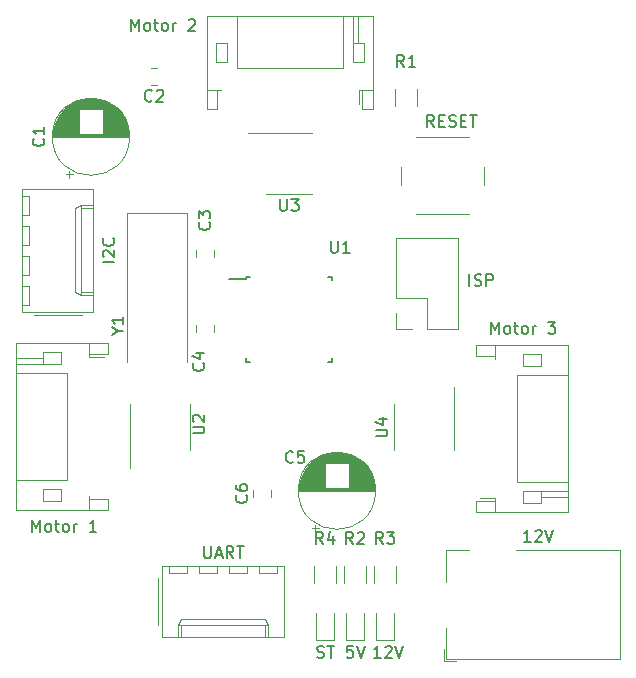
<source format=gbr>
%TF.GenerationSoftware,KiCad,Pcbnew,5.1.9+dfsg1-1*%
%TF.CreationDate,2021-11-12T22:38:19+01:00*%
%TF.ProjectId,motor_board_v2,6d6f746f-725f-4626-9f61-72645f76322e,rev?*%
%TF.SameCoordinates,Original*%
%TF.FileFunction,Legend,Top*%
%TF.FilePolarity,Positive*%
%FSLAX46Y46*%
G04 Gerber Fmt 4.6, Leading zero omitted, Abs format (unit mm)*
G04 Created by KiCad (PCBNEW 5.1.9+dfsg1-1) date 2021-11-12 22:38:19*
%MOMM*%
%LPD*%
G01*
G04 APERTURE LIST*
%ADD10C,0.120000*%
%ADD11C,0.150000*%
G04 APERTURE END LIST*
D10*
%TO.C,C1*%
X187838000Y-47147241D02*
X188468000Y-47147241D01*
X188153000Y-47462241D02*
X188153000Y-46832241D01*
X189590000Y-40721000D02*
X190394000Y-40721000D01*
X189359000Y-40761000D02*
X190625000Y-40761000D01*
X189190000Y-40801000D02*
X190794000Y-40801000D01*
X189052000Y-40841000D02*
X190932000Y-40841000D01*
X188933000Y-40881000D02*
X191051000Y-40881000D01*
X188827000Y-40921000D02*
X191157000Y-40921000D01*
X188730000Y-40961000D02*
X191254000Y-40961000D01*
X188642000Y-41001000D02*
X191342000Y-41001000D01*
X188560000Y-41041000D02*
X191424000Y-41041000D01*
X188483000Y-41081000D02*
X191501000Y-41081000D01*
X188411000Y-41121000D02*
X191573000Y-41121000D01*
X188342000Y-41161000D02*
X191642000Y-41161000D01*
X188278000Y-41201000D02*
X191706000Y-41201000D01*
X188216000Y-41241000D02*
X191768000Y-41241000D01*
X188158000Y-41281000D02*
X191826000Y-41281000D01*
X188102000Y-41321000D02*
X191882000Y-41321000D01*
X188048000Y-41361000D02*
X191936000Y-41361000D01*
X187997000Y-41401000D02*
X191987000Y-41401000D01*
X187948000Y-41441000D02*
X192036000Y-41441000D01*
X187900000Y-41481000D02*
X192084000Y-41481000D01*
X187855000Y-41521000D02*
X192129000Y-41521000D01*
X187810000Y-41561000D02*
X192174000Y-41561000D01*
X187768000Y-41601000D02*
X192216000Y-41601000D01*
X187727000Y-41641000D02*
X192257000Y-41641000D01*
X191032000Y-41681000D02*
X192297000Y-41681000D01*
X187687000Y-41681000D02*
X188952000Y-41681000D01*
X191032000Y-41721000D02*
X192335000Y-41721000D01*
X187649000Y-41721000D02*
X188952000Y-41721000D01*
X191032000Y-41761000D02*
X192372000Y-41761000D01*
X187612000Y-41761000D02*
X188952000Y-41761000D01*
X191032000Y-41801000D02*
X192408000Y-41801000D01*
X187576000Y-41801000D02*
X188952000Y-41801000D01*
X191032000Y-41841000D02*
X192442000Y-41841000D01*
X187542000Y-41841000D02*
X188952000Y-41841000D01*
X191032000Y-41881000D02*
X192476000Y-41881000D01*
X187508000Y-41881000D02*
X188952000Y-41881000D01*
X191032000Y-41921000D02*
X192508000Y-41921000D01*
X187476000Y-41921000D02*
X188952000Y-41921000D01*
X191032000Y-41961000D02*
X192540000Y-41961000D01*
X187444000Y-41961000D02*
X188952000Y-41961000D01*
X191032000Y-42001000D02*
X192570000Y-42001000D01*
X187414000Y-42001000D02*
X188952000Y-42001000D01*
X191032000Y-42041000D02*
X192599000Y-42041000D01*
X187385000Y-42041000D02*
X188952000Y-42041000D01*
X191032000Y-42081000D02*
X192628000Y-42081000D01*
X187356000Y-42081000D02*
X188952000Y-42081000D01*
X191032000Y-42121000D02*
X192656000Y-42121000D01*
X187328000Y-42121000D02*
X188952000Y-42121000D01*
X191032000Y-42161000D02*
X192682000Y-42161000D01*
X187302000Y-42161000D02*
X188952000Y-42161000D01*
X191032000Y-42201000D02*
X192708000Y-42201000D01*
X187276000Y-42201000D02*
X188952000Y-42201000D01*
X191032000Y-42241000D02*
X192734000Y-42241000D01*
X187250000Y-42241000D02*
X188952000Y-42241000D01*
X191032000Y-42281000D02*
X192758000Y-42281000D01*
X187226000Y-42281000D02*
X188952000Y-42281000D01*
X191032000Y-42321000D02*
X192782000Y-42321000D01*
X187202000Y-42321000D02*
X188952000Y-42321000D01*
X191032000Y-42361000D02*
X192804000Y-42361000D01*
X187180000Y-42361000D02*
X188952000Y-42361000D01*
X191032000Y-42401000D02*
X192826000Y-42401000D01*
X187158000Y-42401000D02*
X188952000Y-42401000D01*
X191032000Y-42441000D02*
X192848000Y-42441000D01*
X187136000Y-42441000D02*
X188952000Y-42441000D01*
X191032000Y-42481000D02*
X192868000Y-42481000D01*
X187116000Y-42481000D02*
X188952000Y-42481000D01*
X191032000Y-42521000D02*
X192888000Y-42521000D01*
X187096000Y-42521000D02*
X188952000Y-42521000D01*
X191032000Y-42561000D02*
X192908000Y-42561000D01*
X187076000Y-42561000D02*
X188952000Y-42561000D01*
X191032000Y-42601000D02*
X192926000Y-42601000D01*
X187058000Y-42601000D02*
X188952000Y-42601000D01*
X191032000Y-42641000D02*
X192944000Y-42641000D01*
X187040000Y-42641000D02*
X188952000Y-42641000D01*
X191032000Y-42681000D02*
X192962000Y-42681000D01*
X187022000Y-42681000D02*
X188952000Y-42681000D01*
X191032000Y-42721000D02*
X192978000Y-42721000D01*
X187006000Y-42721000D02*
X188952000Y-42721000D01*
X191032000Y-42761000D02*
X192994000Y-42761000D01*
X186990000Y-42761000D02*
X188952000Y-42761000D01*
X191032000Y-42801000D02*
X193010000Y-42801000D01*
X186974000Y-42801000D02*
X188952000Y-42801000D01*
X191032000Y-42841000D02*
X193025000Y-42841000D01*
X186959000Y-42841000D02*
X188952000Y-42841000D01*
X191032000Y-42881000D02*
X193039000Y-42881000D01*
X186945000Y-42881000D02*
X188952000Y-42881000D01*
X191032000Y-42921000D02*
X193053000Y-42921000D01*
X186931000Y-42921000D02*
X188952000Y-42921000D01*
X191032000Y-42961000D02*
X193066000Y-42961000D01*
X186918000Y-42961000D02*
X188952000Y-42961000D01*
X191032000Y-43001000D02*
X193078000Y-43001000D01*
X186906000Y-43001000D02*
X188952000Y-43001000D01*
X191032000Y-43041000D02*
X193090000Y-43041000D01*
X186894000Y-43041000D02*
X188952000Y-43041000D01*
X191032000Y-43081000D02*
X193102000Y-43081000D01*
X186882000Y-43081000D02*
X188952000Y-43081000D01*
X191032000Y-43121000D02*
X193113000Y-43121000D01*
X186871000Y-43121000D02*
X188952000Y-43121000D01*
X191032000Y-43161000D02*
X193123000Y-43161000D01*
X186861000Y-43161000D02*
X188952000Y-43161000D01*
X191032000Y-43201000D02*
X193133000Y-43201000D01*
X186851000Y-43201000D02*
X188952000Y-43201000D01*
X191032000Y-43241000D02*
X193142000Y-43241000D01*
X186842000Y-43241000D02*
X188952000Y-43241000D01*
X191032000Y-43282000D02*
X193151000Y-43282000D01*
X186833000Y-43282000D02*
X188952000Y-43282000D01*
X191032000Y-43322000D02*
X193159000Y-43322000D01*
X186825000Y-43322000D02*
X188952000Y-43322000D01*
X191032000Y-43362000D02*
X193167000Y-43362000D01*
X186817000Y-43362000D02*
X188952000Y-43362000D01*
X191032000Y-43402000D02*
X193174000Y-43402000D01*
X186810000Y-43402000D02*
X188952000Y-43402000D01*
X191032000Y-43442000D02*
X193181000Y-43442000D01*
X186803000Y-43442000D02*
X188952000Y-43442000D01*
X191032000Y-43482000D02*
X193187000Y-43482000D01*
X186797000Y-43482000D02*
X188952000Y-43482000D01*
X191032000Y-43522000D02*
X193193000Y-43522000D01*
X186791000Y-43522000D02*
X188952000Y-43522000D01*
X191032000Y-43562000D02*
X193198000Y-43562000D01*
X186786000Y-43562000D02*
X188952000Y-43562000D01*
X191032000Y-43602000D02*
X193203000Y-43602000D01*
X186781000Y-43602000D02*
X188952000Y-43602000D01*
X191032000Y-43642000D02*
X193207000Y-43642000D01*
X186777000Y-43642000D02*
X188952000Y-43642000D01*
X191032000Y-43682000D02*
X193210000Y-43682000D01*
X186774000Y-43682000D02*
X188952000Y-43682000D01*
X191032000Y-43722000D02*
X193214000Y-43722000D01*
X186770000Y-43722000D02*
X188952000Y-43722000D01*
X186768000Y-43762000D02*
X193216000Y-43762000D01*
X186765000Y-43802000D02*
X193219000Y-43802000D01*
X186764000Y-43842000D02*
X193220000Y-43842000D01*
X186762000Y-43882000D02*
X193222000Y-43882000D01*
X186762000Y-43922000D02*
X193222000Y-43922000D01*
X186762000Y-43962000D02*
X193222000Y-43962000D01*
X193262000Y-43962000D02*
G75*
G03*
X193262000Y-43962000I-3270000J0D01*
G01*
%TO.C,C2*%
X195587252Y-38127000D02*
X195064748Y-38127000D01*
X195587252Y-39597000D02*
X195064748Y-39597000D01*
%TO.C,C3*%
X198909000Y-53586748D02*
X198909000Y-54109252D01*
X200379000Y-53586748D02*
X200379000Y-54109252D01*
%TO.C,C4*%
X198909000Y-60459252D02*
X198909000Y-59936748D01*
X200379000Y-60459252D02*
X200379000Y-59936748D01*
%TO.C,C5*%
X214090000Y-73934000D02*
G75*
G03*
X214090000Y-73934000I-3270000J0D01*
G01*
X207590000Y-73934000D02*
X214050000Y-73934000D01*
X207590000Y-73894000D02*
X214050000Y-73894000D01*
X207590000Y-73854000D02*
X214050000Y-73854000D01*
X207592000Y-73814000D02*
X214048000Y-73814000D01*
X207593000Y-73774000D02*
X214047000Y-73774000D01*
X207596000Y-73734000D02*
X214044000Y-73734000D01*
X207598000Y-73694000D02*
X209780000Y-73694000D01*
X211860000Y-73694000D02*
X214042000Y-73694000D01*
X207602000Y-73654000D02*
X209780000Y-73654000D01*
X211860000Y-73654000D02*
X214038000Y-73654000D01*
X207605000Y-73614000D02*
X209780000Y-73614000D01*
X211860000Y-73614000D02*
X214035000Y-73614000D01*
X207609000Y-73574000D02*
X209780000Y-73574000D01*
X211860000Y-73574000D02*
X214031000Y-73574000D01*
X207614000Y-73534000D02*
X209780000Y-73534000D01*
X211860000Y-73534000D02*
X214026000Y-73534000D01*
X207619000Y-73494000D02*
X209780000Y-73494000D01*
X211860000Y-73494000D02*
X214021000Y-73494000D01*
X207625000Y-73454000D02*
X209780000Y-73454000D01*
X211860000Y-73454000D02*
X214015000Y-73454000D01*
X207631000Y-73414000D02*
X209780000Y-73414000D01*
X211860000Y-73414000D02*
X214009000Y-73414000D01*
X207638000Y-73374000D02*
X209780000Y-73374000D01*
X211860000Y-73374000D02*
X214002000Y-73374000D01*
X207645000Y-73334000D02*
X209780000Y-73334000D01*
X211860000Y-73334000D02*
X213995000Y-73334000D01*
X207653000Y-73294000D02*
X209780000Y-73294000D01*
X211860000Y-73294000D02*
X213987000Y-73294000D01*
X207661000Y-73254000D02*
X209780000Y-73254000D01*
X211860000Y-73254000D02*
X213979000Y-73254000D01*
X207670000Y-73213000D02*
X209780000Y-73213000D01*
X211860000Y-73213000D02*
X213970000Y-73213000D01*
X207679000Y-73173000D02*
X209780000Y-73173000D01*
X211860000Y-73173000D02*
X213961000Y-73173000D01*
X207689000Y-73133000D02*
X209780000Y-73133000D01*
X211860000Y-73133000D02*
X213951000Y-73133000D01*
X207699000Y-73093000D02*
X209780000Y-73093000D01*
X211860000Y-73093000D02*
X213941000Y-73093000D01*
X207710000Y-73053000D02*
X209780000Y-73053000D01*
X211860000Y-73053000D02*
X213930000Y-73053000D01*
X207722000Y-73013000D02*
X209780000Y-73013000D01*
X211860000Y-73013000D02*
X213918000Y-73013000D01*
X207734000Y-72973000D02*
X209780000Y-72973000D01*
X211860000Y-72973000D02*
X213906000Y-72973000D01*
X207746000Y-72933000D02*
X209780000Y-72933000D01*
X211860000Y-72933000D02*
X213894000Y-72933000D01*
X207759000Y-72893000D02*
X209780000Y-72893000D01*
X211860000Y-72893000D02*
X213881000Y-72893000D01*
X207773000Y-72853000D02*
X209780000Y-72853000D01*
X211860000Y-72853000D02*
X213867000Y-72853000D01*
X207787000Y-72813000D02*
X209780000Y-72813000D01*
X211860000Y-72813000D02*
X213853000Y-72813000D01*
X207802000Y-72773000D02*
X209780000Y-72773000D01*
X211860000Y-72773000D02*
X213838000Y-72773000D01*
X207818000Y-72733000D02*
X209780000Y-72733000D01*
X211860000Y-72733000D02*
X213822000Y-72733000D01*
X207834000Y-72693000D02*
X209780000Y-72693000D01*
X211860000Y-72693000D02*
X213806000Y-72693000D01*
X207850000Y-72653000D02*
X209780000Y-72653000D01*
X211860000Y-72653000D02*
X213790000Y-72653000D01*
X207868000Y-72613000D02*
X209780000Y-72613000D01*
X211860000Y-72613000D02*
X213772000Y-72613000D01*
X207886000Y-72573000D02*
X209780000Y-72573000D01*
X211860000Y-72573000D02*
X213754000Y-72573000D01*
X207904000Y-72533000D02*
X209780000Y-72533000D01*
X211860000Y-72533000D02*
X213736000Y-72533000D01*
X207924000Y-72493000D02*
X209780000Y-72493000D01*
X211860000Y-72493000D02*
X213716000Y-72493000D01*
X207944000Y-72453000D02*
X209780000Y-72453000D01*
X211860000Y-72453000D02*
X213696000Y-72453000D01*
X207964000Y-72413000D02*
X209780000Y-72413000D01*
X211860000Y-72413000D02*
X213676000Y-72413000D01*
X207986000Y-72373000D02*
X209780000Y-72373000D01*
X211860000Y-72373000D02*
X213654000Y-72373000D01*
X208008000Y-72333000D02*
X209780000Y-72333000D01*
X211860000Y-72333000D02*
X213632000Y-72333000D01*
X208030000Y-72293000D02*
X209780000Y-72293000D01*
X211860000Y-72293000D02*
X213610000Y-72293000D01*
X208054000Y-72253000D02*
X209780000Y-72253000D01*
X211860000Y-72253000D02*
X213586000Y-72253000D01*
X208078000Y-72213000D02*
X209780000Y-72213000D01*
X211860000Y-72213000D02*
X213562000Y-72213000D01*
X208104000Y-72173000D02*
X209780000Y-72173000D01*
X211860000Y-72173000D02*
X213536000Y-72173000D01*
X208130000Y-72133000D02*
X209780000Y-72133000D01*
X211860000Y-72133000D02*
X213510000Y-72133000D01*
X208156000Y-72093000D02*
X209780000Y-72093000D01*
X211860000Y-72093000D02*
X213484000Y-72093000D01*
X208184000Y-72053000D02*
X209780000Y-72053000D01*
X211860000Y-72053000D02*
X213456000Y-72053000D01*
X208213000Y-72013000D02*
X209780000Y-72013000D01*
X211860000Y-72013000D02*
X213427000Y-72013000D01*
X208242000Y-71973000D02*
X209780000Y-71973000D01*
X211860000Y-71973000D02*
X213398000Y-71973000D01*
X208272000Y-71933000D02*
X209780000Y-71933000D01*
X211860000Y-71933000D02*
X213368000Y-71933000D01*
X208304000Y-71893000D02*
X209780000Y-71893000D01*
X211860000Y-71893000D02*
X213336000Y-71893000D01*
X208336000Y-71853000D02*
X209780000Y-71853000D01*
X211860000Y-71853000D02*
X213304000Y-71853000D01*
X208370000Y-71813000D02*
X209780000Y-71813000D01*
X211860000Y-71813000D02*
X213270000Y-71813000D01*
X208404000Y-71773000D02*
X209780000Y-71773000D01*
X211860000Y-71773000D02*
X213236000Y-71773000D01*
X208440000Y-71733000D02*
X209780000Y-71733000D01*
X211860000Y-71733000D02*
X213200000Y-71733000D01*
X208477000Y-71693000D02*
X209780000Y-71693000D01*
X211860000Y-71693000D02*
X213163000Y-71693000D01*
X208515000Y-71653000D02*
X209780000Y-71653000D01*
X211860000Y-71653000D02*
X213125000Y-71653000D01*
X208555000Y-71613000D02*
X213085000Y-71613000D01*
X208596000Y-71573000D02*
X213044000Y-71573000D01*
X208638000Y-71533000D02*
X213002000Y-71533000D01*
X208683000Y-71493000D02*
X212957000Y-71493000D01*
X208728000Y-71453000D02*
X212912000Y-71453000D01*
X208776000Y-71413000D02*
X212864000Y-71413000D01*
X208825000Y-71373000D02*
X212815000Y-71373000D01*
X208876000Y-71333000D02*
X212764000Y-71333000D01*
X208930000Y-71293000D02*
X212710000Y-71293000D01*
X208986000Y-71253000D02*
X212654000Y-71253000D01*
X209044000Y-71213000D02*
X212596000Y-71213000D01*
X209106000Y-71173000D02*
X212534000Y-71173000D01*
X209170000Y-71133000D02*
X212470000Y-71133000D01*
X209239000Y-71093000D02*
X212401000Y-71093000D01*
X209311000Y-71053000D02*
X212329000Y-71053000D01*
X209388000Y-71013000D02*
X212252000Y-71013000D01*
X209470000Y-70973000D02*
X212170000Y-70973000D01*
X209558000Y-70933000D02*
X212082000Y-70933000D01*
X209655000Y-70893000D02*
X211985000Y-70893000D01*
X209761000Y-70853000D02*
X211879000Y-70853000D01*
X209880000Y-70813000D02*
X211760000Y-70813000D01*
X210018000Y-70773000D02*
X211622000Y-70773000D01*
X210187000Y-70733000D02*
X211453000Y-70733000D01*
X210418000Y-70693000D02*
X211222000Y-70693000D01*
X208981000Y-77434241D02*
X208981000Y-76804241D01*
X208666000Y-77119241D02*
X209296000Y-77119241D01*
%TO.C,C6*%
X203735000Y-74429252D02*
X203735000Y-73906748D01*
X205205000Y-74429252D02*
X205205000Y-73906748D01*
%TO.C,I2C*%
X184768000Y-48984000D02*
X184168000Y-48984000D01*
X184768000Y-50584000D02*
X184768000Y-48984000D01*
X184168000Y-50584000D02*
X184768000Y-50584000D01*
X184768000Y-51524000D02*
X184168000Y-51524000D01*
X184768000Y-53124000D02*
X184768000Y-51524000D01*
X184168000Y-53124000D02*
X184768000Y-53124000D01*
X184768000Y-54064000D02*
X184168000Y-54064000D01*
X184768000Y-55664000D02*
X184768000Y-54064000D01*
X184168000Y-55664000D02*
X184768000Y-55664000D01*
X184768000Y-56604000D02*
X184168000Y-56604000D01*
X184768000Y-58204000D02*
X184768000Y-56604000D01*
X184168000Y-58204000D02*
X184768000Y-58204000D01*
X190188000Y-50034000D02*
X189188000Y-50034000D01*
X190188000Y-57154000D02*
X189188000Y-57154000D01*
X188658000Y-50034000D02*
X189188000Y-49784000D01*
X188658000Y-57154000D02*
X188658000Y-50034000D01*
X189188000Y-57404000D02*
X188658000Y-57154000D01*
X189188000Y-49784000D02*
X190188000Y-49784000D01*
X189188000Y-57404000D02*
X189188000Y-49784000D01*
X190188000Y-57404000D02*
X189188000Y-57404000D01*
X185198000Y-59074000D02*
X189198000Y-59074000D01*
X184168000Y-48404000D02*
X184168000Y-58784000D01*
X190188000Y-48404000D02*
X184168000Y-48404000D01*
X190188000Y-58784000D02*
X190188000Y-48404000D01*
X184168000Y-58784000D02*
X190188000Y-58784000D01*
%TO.C,UART*%
X195978000Y-80282000D02*
X195978000Y-86302000D01*
X195978000Y-86302000D02*
X206358000Y-86302000D01*
X206358000Y-86302000D02*
X206358000Y-80282000D01*
X206358000Y-80282000D02*
X195978000Y-80282000D01*
X195688000Y-81312000D02*
X195688000Y-85312000D01*
X197358000Y-86302000D02*
X197358000Y-85302000D01*
X197358000Y-85302000D02*
X204978000Y-85302000D01*
X204978000Y-85302000D02*
X204978000Y-86302000D01*
X197358000Y-85302000D02*
X197608000Y-84772000D01*
X197608000Y-84772000D02*
X204728000Y-84772000D01*
X204728000Y-84772000D02*
X204978000Y-85302000D01*
X197608000Y-86302000D02*
X197608000Y-85302000D01*
X204728000Y-86302000D02*
X204728000Y-85302000D01*
X196558000Y-80282000D02*
X196558000Y-80882000D01*
X196558000Y-80882000D02*
X198158000Y-80882000D01*
X198158000Y-80882000D02*
X198158000Y-80282000D01*
X199098000Y-80282000D02*
X199098000Y-80882000D01*
X199098000Y-80882000D02*
X200698000Y-80882000D01*
X200698000Y-80882000D02*
X200698000Y-80282000D01*
X201638000Y-80282000D02*
X201638000Y-80882000D01*
X201638000Y-80882000D02*
X203238000Y-80882000D01*
X203238000Y-80882000D02*
X203238000Y-80282000D01*
X204178000Y-80282000D02*
X204178000Y-80882000D01*
X204178000Y-80882000D02*
X205778000Y-80882000D01*
X205778000Y-80882000D02*
X205778000Y-80282000D01*
%TO.C,ISP*%
X217170000Y-60258000D02*
X215840000Y-60258000D01*
X215840000Y-60258000D02*
X215840000Y-58928000D01*
X218440000Y-60258000D02*
X218440000Y-57658000D01*
X218440000Y-57658000D02*
X215840000Y-57658000D01*
X215840000Y-57658000D02*
X215840000Y-52518000D01*
X221040000Y-52518000D02*
X215840000Y-52518000D01*
X221040000Y-60258000D02*
X221040000Y-52518000D01*
X221040000Y-60258000D02*
X218440000Y-60258000D01*
%TO.C,Motor 1*%
X189852000Y-62640000D02*
X191067000Y-62640000D01*
X185892000Y-62700000D02*
X183632000Y-62700000D01*
X185892000Y-63200000D02*
X183632000Y-63200000D01*
X187492000Y-73800000D02*
X187492000Y-74800000D01*
X185892000Y-73800000D02*
X187492000Y-73800000D01*
X185892000Y-74800000D02*
X185892000Y-73800000D01*
X187492000Y-74800000D02*
X185892000Y-74800000D01*
X187492000Y-63200000D02*
X187492000Y-62200000D01*
X185892000Y-63200000D02*
X187492000Y-63200000D01*
X185892000Y-62200000D02*
X185892000Y-63200000D01*
X187492000Y-62200000D02*
X185892000Y-62200000D01*
X189852000Y-75560000D02*
X189852000Y-74640000D01*
X189852000Y-61440000D02*
X189852000Y-62360000D01*
X187992000Y-73000000D02*
X183632000Y-73000000D01*
X187992000Y-64000000D02*
X187992000Y-73000000D01*
X183632000Y-64000000D02*
X187992000Y-64000000D01*
X189852000Y-74640000D02*
X189852000Y-74360000D01*
X191452000Y-74640000D02*
X189852000Y-74640000D01*
X191452000Y-75560000D02*
X191452000Y-74640000D01*
X183632000Y-75560000D02*
X191452000Y-75560000D01*
X183632000Y-61440000D02*
X183632000Y-75560000D01*
X191452000Y-61440000D02*
X183632000Y-61440000D01*
X191452000Y-62360000D02*
X191452000Y-61440000D01*
X189852000Y-62360000D02*
X191452000Y-62360000D01*
X189852000Y-62640000D02*
X189852000Y-62360000D01*
%TO.C,Motor 2*%
X212696000Y-39992000D02*
X212976000Y-39992000D01*
X212976000Y-39992000D02*
X212976000Y-41592000D01*
X212976000Y-41592000D02*
X213896000Y-41592000D01*
X213896000Y-41592000D02*
X213896000Y-33772000D01*
X213896000Y-33772000D02*
X199776000Y-33772000D01*
X199776000Y-33772000D02*
X199776000Y-41592000D01*
X199776000Y-41592000D02*
X200696000Y-41592000D01*
X200696000Y-41592000D02*
X200696000Y-39992000D01*
X200696000Y-39992000D02*
X200976000Y-39992000D01*
X211336000Y-33772000D02*
X211336000Y-38132000D01*
X211336000Y-38132000D02*
X202336000Y-38132000D01*
X202336000Y-38132000D02*
X202336000Y-33772000D01*
X213896000Y-39992000D02*
X212976000Y-39992000D01*
X199776000Y-39992000D02*
X200696000Y-39992000D01*
X213136000Y-37632000D02*
X213136000Y-36032000D01*
X213136000Y-36032000D02*
X212136000Y-36032000D01*
X212136000Y-36032000D02*
X212136000Y-37632000D01*
X212136000Y-37632000D02*
X213136000Y-37632000D01*
X200536000Y-37632000D02*
X200536000Y-36032000D01*
X200536000Y-36032000D02*
X201536000Y-36032000D01*
X201536000Y-36032000D02*
X201536000Y-37632000D01*
X201536000Y-37632000D02*
X200536000Y-37632000D01*
X212136000Y-36032000D02*
X212136000Y-33772000D01*
X212636000Y-36032000D02*
X212636000Y-33772000D01*
X212696000Y-39992000D02*
X212696000Y-41207000D01*
%TO.C,Motor 3*%
X224168000Y-74520000D02*
X222953000Y-74520000D01*
X228128000Y-74460000D02*
X230388000Y-74460000D01*
X228128000Y-73960000D02*
X230388000Y-73960000D01*
X226528000Y-63360000D02*
X226528000Y-62360000D01*
X228128000Y-63360000D02*
X226528000Y-63360000D01*
X228128000Y-62360000D02*
X228128000Y-63360000D01*
X226528000Y-62360000D02*
X228128000Y-62360000D01*
X226528000Y-73960000D02*
X226528000Y-74960000D01*
X228128000Y-73960000D02*
X226528000Y-73960000D01*
X228128000Y-74960000D02*
X228128000Y-73960000D01*
X226528000Y-74960000D02*
X228128000Y-74960000D01*
X224168000Y-61600000D02*
X224168000Y-62520000D01*
X224168000Y-75720000D02*
X224168000Y-74800000D01*
X226028000Y-64160000D02*
X230388000Y-64160000D01*
X226028000Y-73160000D02*
X226028000Y-64160000D01*
X230388000Y-73160000D02*
X226028000Y-73160000D01*
X224168000Y-62520000D02*
X224168000Y-62800000D01*
X222568000Y-62520000D02*
X224168000Y-62520000D01*
X222568000Y-61600000D02*
X222568000Y-62520000D01*
X230388000Y-61600000D02*
X222568000Y-61600000D01*
X230388000Y-75720000D02*
X230388000Y-61600000D01*
X222568000Y-75720000D02*
X230388000Y-75720000D01*
X222568000Y-74800000D02*
X222568000Y-75720000D01*
X224168000Y-74800000D02*
X222568000Y-74800000D01*
X224168000Y-74520000D02*
X224168000Y-74800000D01*
%TO.C,12V*%
X220080000Y-88166000D02*
X220080000Y-85566000D01*
X234780000Y-88166000D02*
X220080000Y-88166000D01*
X220080000Y-78966000D02*
X221980000Y-78966000D01*
X220080000Y-81666000D02*
X220080000Y-78966000D01*
X234780000Y-78966000D02*
X234780000Y-88166000D01*
X225980000Y-78966000D02*
X234780000Y-78966000D01*
X220930000Y-88366000D02*
X219880000Y-88366000D01*
X219880000Y-87316000D02*
X219880000Y-88366000D01*
%TO.C,R1*%
X215752000Y-39912936D02*
X215752000Y-41367064D01*
X217572000Y-39912936D02*
X217572000Y-41367064D01*
%TO.C,RESET*%
X216262000Y-46530000D02*
X216262000Y-48030000D01*
X217512000Y-50530000D02*
X222012000Y-50530000D01*
X223262000Y-48030000D02*
X223262000Y-46530000D01*
X222012000Y-44030000D02*
X217512000Y-44030000D01*
D11*
%TO.C,U1*%
X203131000Y-56036000D02*
X201706000Y-56036000D01*
X210381000Y-55811000D02*
X210056000Y-55811000D01*
X210381000Y-63061000D02*
X210056000Y-63061000D01*
X203131000Y-63061000D02*
X203456000Y-63061000D01*
X203131000Y-55811000D02*
X203456000Y-55811000D01*
X203131000Y-63061000D02*
X203131000Y-62736000D01*
X210381000Y-63061000D02*
X210381000Y-62736000D01*
X210381000Y-55811000D02*
X210381000Y-56136000D01*
X203131000Y-55811000D02*
X203131000Y-56036000D01*
D10*
%TO.C,U2*%
X193274000Y-68580000D02*
X193274000Y-72030000D01*
X193274000Y-68580000D02*
X193274000Y-66630000D01*
X198394000Y-68580000D02*
X198394000Y-70530000D01*
X198394000Y-68580000D02*
X198394000Y-66630000D01*
%TO.C,U3*%
X206756000Y-48788000D02*
X208706000Y-48788000D01*
X206756000Y-48788000D02*
X204806000Y-48788000D01*
X206756000Y-43668000D02*
X208706000Y-43668000D01*
X206756000Y-43668000D02*
X203306000Y-43668000D01*
%TO.C,U4*%
X220746000Y-68580000D02*
X220746000Y-65130000D01*
X220746000Y-68580000D02*
X220746000Y-70530000D01*
X215626000Y-68580000D02*
X215626000Y-66630000D01*
X215626000Y-68580000D02*
X215626000Y-70530000D01*
%TO.C,Y1*%
X193030000Y-50450000D02*
X193030000Y-63050000D01*
X198130000Y-50450000D02*
X193030000Y-50450000D01*
X198130000Y-63050000D02*
X198130000Y-50450000D01*
%TO.C,5V*%
X213079000Y-86575000D02*
X213079000Y-84290000D01*
X211609000Y-86575000D02*
X213079000Y-86575000D01*
X211609000Y-84290000D02*
X211609000Y-86575000D01*
%TO.C,12V*%
X214149000Y-84290000D02*
X214149000Y-86575000D01*
X214149000Y-86575000D02*
X215619000Y-86575000D01*
X215619000Y-86575000D02*
X215619000Y-84290000D01*
%TO.C,ST*%
X210539000Y-86575000D02*
X210539000Y-84290000D01*
X209069000Y-86575000D02*
X210539000Y-86575000D01*
X209069000Y-84290000D02*
X209069000Y-86575000D01*
%TO.C,R2*%
X211434000Y-80317937D02*
X211434000Y-81772065D01*
X213254000Y-80317937D02*
X213254000Y-81772065D01*
%TO.C,R3*%
X215794000Y-80317937D02*
X215794000Y-81772065D01*
X213974000Y-80317937D02*
X213974000Y-81772065D01*
%TO.C,R4*%
X208894000Y-80298936D02*
X208894000Y-81753064D01*
X210714000Y-80298936D02*
X210714000Y-81753064D01*
%TO.C,C1*%
D11*
X185949142Y-44128666D02*
X185996761Y-44176285D01*
X186044380Y-44319142D01*
X186044380Y-44414380D01*
X185996761Y-44557238D01*
X185901523Y-44652476D01*
X185806285Y-44700095D01*
X185615809Y-44747714D01*
X185472952Y-44747714D01*
X185282476Y-44700095D01*
X185187238Y-44652476D01*
X185092000Y-44557238D01*
X185044380Y-44414380D01*
X185044380Y-44319142D01*
X185092000Y-44176285D01*
X185139619Y-44128666D01*
X186044380Y-43176285D02*
X186044380Y-43747714D01*
X186044380Y-43462000D02*
X185044380Y-43462000D01*
X185187238Y-43557238D01*
X185282476Y-43652476D01*
X185330095Y-43747714D01*
%TO.C,C2*%
X195159333Y-40899142D02*
X195111714Y-40946761D01*
X194968857Y-40994380D01*
X194873619Y-40994380D01*
X194730761Y-40946761D01*
X194635523Y-40851523D01*
X194587904Y-40756285D01*
X194540285Y-40565809D01*
X194540285Y-40422952D01*
X194587904Y-40232476D01*
X194635523Y-40137238D01*
X194730761Y-40042000D01*
X194873619Y-39994380D01*
X194968857Y-39994380D01*
X195111714Y-40042000D01*
X195159333Y-40089619D01*
X195540285Y-40089619D02*
X195587904Y-40042000D01*
X195683142Y-39994380D01*
X195921238Y-39994380D01*
X196016476Y-40042000D01*
X196064095Y-40089619D01*
X196111714Y-40184857D01*
X196111714Y-40280095D01*
X196064095Y-40422952D01*
X195492666Y-40994380D01*
X196111714Y-40994380D01*
%TO.C,C3*%
X200001142Y-51220666D02*
X200048761Y-51268285D01*
X200096380Y-51411142D01*
X200096380Y-51506380D01*
X200048761Y-51649238D01*
X199953523Y-51744476D01*
X199858285Y-51792095D01*
X199667809Y-51839714D01*
X199524952Y-51839714D01*
X199334476Y-51792095D01*
X199239238Y-51744476D01*
X199144000Y-51649238D01*
X199096380Y-51506380D01*
X199096380Y-51411142D01*
X199144000Y-51268285D01*
X199191619Y-51220666D01*
X199096380Y-50887333D02*
X199096380Y-50268285D01*
X199477333Y-50601619D01*
X199477333Y-50458761D01*
X199524952Y-50363523D01*
X199572571Y-50315904D01*
X199667809Y-50268285D01*
X199905904Y-50268285D01*
X200001142Y-50315904D01*
X200048761Y-50363523D01*
X200096380Y-50458761D01*
X200096380Y-50744476D01*
X200048761Y-50839714D01*
X200001142Y-50887333D01*
%TO.C,C4*%
X199493142Y-63158666D02*
X199540761Y-63206285D01*
X199588380Y-63349142D01*
X199588380Y-63444380D01*
X199540761Y-63587238D01*
X199445523Y-63682476D01*
X199350285Y-63730095D01*
X199159809Y-63777714D01*
X199016952Y-63777714D01*
X198826476Y-63730095D01*
X198731238Y-63682476D01*
X198636000Y-63587238D01*
X198588380Y-63444380D01*
X198588380Y-63349142D01*
X198636000Y-63206285D01*
X198683619Y-63158666D01*
X198921714Y-62301523D02*
X199588380Y-62301523D01*
X198540761Y-62539619D02*
X199255047Y-62777714D01*
X199255047Y-62158666D01*
%TO.C,C5*%
X207097333Y-71477142D02*
X207049714Y-71524761D01*
X206906857Y-71572380D01*
X206811619Y-71572380D01*
X206668761Y-71524761D01*
X206573523Y-71429523D01*
X206525904Y-71334285D01*
X206478285Y-71143809D01*
X206478285Y-71000952D01*
X206525904Y-70810476D01*
X206573523Y-70715238D01*
X206668761Y-70620000D01*
X206811619Y-70572380D01*
X206906857Y-70572380D01*
X207049714Y-70620000D01*
X207097333Y-70667619D01*
X208002095Y-70572380D02*
X207525904Y-70572380D01*
X207478285Y-71048571D01*
X207525904Y-71000952D01*
X207621142Y-70953333D01*
X207859238Y-70953333D01*
X207954476Y-71000952D01*
X208002095Y-71048571D01*
X208049714Y-71143809D01*
X208049714Y-71381904D01*
X208002095Y-71477142D01*
X207954476Y-71524761D01*
X207859238Y-71572380D01*
X207621142Y-71572380D01*
X207525904Y-71524761D01*
X207478285Y-71477142D01*
%TO.C,C6*%
X203147142Y-74334666D02*
X203194761Y-74382285D01*
X203242380Y-74525142D01*
X203242380Y-74620380D01*
X203194761Y-74763238D01*
X203099523Y-74858476D01*
X203004285Y-74906095D01*
X202813809Y-74953714D01*
X202670952Y-74953714D01*
X202480476Y-74906095D01*
X202385238Y-74858476D01*
X202290000Y-74763238D01*
X202242380Y-74620380D01*
X202242380Y-74525142D01*
X202290000Y-74382285D01*
X202337619Y-74334666D01*
X202242380Y-73477523D02*
X202242380Y-73668000D01*
X202290000Y-73763238D01*
X202337619Y-73810857D01*
X202480476Y-73906095D01*
X202670952Y-73953714D01*
X203051904Y-73953714D01*
X203147142Y-73906095D01*
X203194761Y-73858476D01*
X203242380Y-73763238D01*
X203242380Y-73572761D01*
X203194761Y-73477523D01*
X203147142Y-73429904D01*
X203051904Y-73382285D01*
X202813809Y-73382285D01*
X202718571Y-73429904D01*
X202670952Y-73477523D01*
X202623333Y-73572761D01*
X202623333Y-73763238D01*
X202670952Y-73858476D01*
X202718571Y-73906095D01*
X202813809Y-73953714D01*
%TO.C,I2C*%
X191968380Y-54570190D02*
X190968380Y-54570190D01*
X191063619Y-54141619D02*
X191016000Y-54094000D01*
X190968380Y-53998761D01*
X190968380Y-53760666D01*
X191016000Y-53665428D01*
X191063619Y-53617809D01*
X191158857Y-53570190D01*
X191254095Y-53570190D01*
X191396952Y-53617809D01*
X191968380Y-54189238D01*
X191968380Y-53570190D01*
X191873142Y-52570190D02*
X191920761Y-52617809D01*
X191968380Y-52760666D01*
X191968380Y-52855904D01*
X191920761Y-52998761D01*
X191825523Y-53094000D01*
X191730285Y-53141619D01*
X191539809Y-53189238D01*
X191396952Y-53189238D01*
X191206476Y-53141619D01*
X191111238Y-53094000D01*
X191016000Y-52998761D01*
X190968380Y-52855904D01*
X190968380Y-52760666D01*
X191016000Y-52617809D01*
X191063619Y-52570190D01*
%TO.C,UART*%
X199572761Y-78644380D02*
X199572761Y-79453904D01*
X199620380Y-79549142D01*
X199668000Y-79596761D01*
X199763238Y-79644380D01*
X199953714Y-79644380D01*
X200048952Y-79596761D01*
X200096571Y-79549142D01*
X200144190Y-79453904D01*
X200144190Y-78644380D01*
X200572761Y-79358666D02*
X201048952Y-79358666D01*
X200477523Y-79644380D02*
X200810857Y-78644380D01*
X201144190Y-79644380D01*
X202048952Y-79644380D02*
X201715619Y-79168190D01*
X201477523Y-79644380D02*
X201477523Y-78644380D01*
X201858476Y-78644380D01*
X201953714Y-78692000D01*
X202001333Y-78739619D01*
X202048952Y-78834857D01*
X202048952Y-78977714D01*
X202001333Y-79072952D01*
X201953714Y-79120571D01*
X201858476Y-79168190D01*
X201477523Y-79168190D01*
X202334666Y-78644380D02*
X202906095Y-78644380D01*
X202620380Y-79644380D02*
X202620380Y-78644380D01*
%TO.C,ISP*%
X222035809Y-56586380D02*
X222035809Y-55586380D01*
X222464380Y-56538761D02*
X222607238Y-56586380D01*
X222845333Y-56586380D01*
X222940571Y-56538761D01*
X222988190Y-56491142D01*
X223035809Y-56395904D01*
X223035809Y-56300666D01*
X222988190Y-56205428D01*
X222940571Y-56157809D01*
X222845333Y-56110190D01*
X222654857Y-56062571D01*
X222559619Y-56014952D01*
X222512000Y-55967333D01*
X222464380Y-55872095D01*
X222464380Y-55776857D01*
X222512000Y-55681619D01*
X222559619Y-55634000D01*
X222654857Y-55586380D01*
X222892952Y-55586380D01*
X223035809Y-55634000D01*
X223464380Y-56586380D02*
X223464380Y-55586380D01*
X223845333Y-55586380D01*
X223940571Y-55634000D01*
X223988190Y-55681619D01*
X224035809Y-55776857D01*
X224035809Y-55919714D01*
X223988190Y-56014952D01*
X223940571Y-56062571D01*
X223845333Y-56110190D01*
X223464380Y-56110190D01*
%TO.C,Motor 1*%
X185015523Y-77414380D02*
X185015523Y-76414380D01*
X185348857Y-77128666D01*
X185682190Y-76414380D01*
X185682190Y-77414380D01*
X186301238Y-77414380D02*
X186206000Y-77366761D01*
X186158380Y-77319142D01*
X186110761Y-77223904D01*
X186110761Y-76938190D01*
X186158380Y-76842952D01*
X186206000Y-76795333D01*
X186301238Y-76747714D01*
X186444095Y-76747714D01*
X186539333Y-76795333D01*
X186586952Y-76842952D01*
X186634571Y-76938190D01*
X186634571Y-77223904D01*
X186586952Y-77319142D01*
X186539333Y-77366761D01*
X186444095Y-77414380D01*
X186301238Y-77414380D01*
X186920285Y-76747714D02*
X187301238Y-76747714D01*
X187063142Y-76414380D02*
X187063142Y-77271523D01*
X187110761Y-77366761D01*
X187206000Y-77414380D01*
X187301238Y-77414380D01*
X187777428Y-77414380D02*
X187682190Y-77366761D01*
X187634571Y-77319142D01*
X187586952Y-77223904D01*
X187586952Y-76938190D01*
X187634571Y-76842952D01*
X187682190Y-76795333D01*
X187777428Y-76747714D01*
X187920285Y-76747714D01*
X188015523Y-76795333D01*
X188063142Y-76842952D01*
X188110761Y-76938190D01*
X188110761Y-77223904D01*
X188063142Y-77319142D01*
X188015523Y-77366761D01*
X187920285Y-77414380D01*
X187777428Y-77414380D01*
X188539333Y-77414380D02*
X188539333Y-76747714D01*
X188539333Y-76938190D02*
X188586952Y-76842952D01*
X188634571Y-76795333D01*
X188729809Y-76747714D01*
X188825047Y-76747714D01*
X190444095Y-77414380D02*
X189872666Y-77414380D01*
X190158380Y-77414380D02*
X190158380Y-76414380D01*
X190063142Y-76557238D01*
X189967904Y-76652476D01*
X189872666Y-76700095D01*
%TO.C,Motor 2*%
X193397523Y-34996380D02*
X193397523Y-33996380D01*
X193730857Y-34710666D01*
X194064190Y-33996380D01*
X194064190Y-34996380D01*
X194683238Y-34996380D02*
X194588000Y-34948761D01*
X194540380Y-34901142D01*
X194492761Y-34805904D01*
X194492761Y-34520190D01*
X194540380Y-34424952D01*
X194588000Y-34377333D01*
X194683238Y-34329714D01*
X194826095Y-34329714D01*
X194921333Y-34377333D01*
X194968952Y-34424952D01*
X195016571Y-34520190D01*
X195016571Y-34805904D01*
X194968952Y-34901142D01*
X194921333Y-34948761D01*
X194826095Y-34996380D01*
X194683238Y-34996380D01*
X195302285Y-34329714D02*
X195683238Y-34329714D01*
X195445142Y-33996380D02*
X195445142Y-34853523D01*
X195492761Y-34948761D01*
X195588000Y-34996380D01*
X195683238Y-34996380D01*
X196159428Y-34996380D02*
X196064190Y-34948761D01*
X196016571Y-34901142D01*
X195968952Y-34805904D01*
X195968952Y-34520190D01*
X196016571Y-34424952D01*
X196064190Y-34377333D01*
X196159428Y-34329714D01*
X196302285Y-34329714D01*
X196397523Y-34377333D01*
X196445142Y-34424952D01*
X196492761Y-34520190D01*
X196492761Y-34805904D01*
X196445142Y-34901142D01*
X196397523Y-34948761D01*
X196302285Y-34996380D01*
X196159428Y-34996380D01*
X196921333Y-34996380D02*
X196921333Y-34329714D01*
X196921333Y-34520190D02*
X196968952Y-34424952D01*
X197016571Y-34377333D01*
X197111809Y-34329714D01*
X197207047Y-34329714D01*
X198254666Y-34091619D02*
X198302285Y-34044000D01*
X198397523Y-33996380D01*
X198635619Y-33996380D01*
X198730857Y-34044000D01*
X198778476Y-34091619D01*
X198826095Y-34186857D01*
X198826095Y-34282095D01*
X198778476Y-34424952D01*
X198207047Y-34996380D01*
X198826095Y-34996380D01*
%TO.C,Motor 3*%
X223877523Y-60650380D02*
X223877523Y-59650380D01*
X224210857Y-60364666D01*
X224544190Y-59650380D01*
X224544190Y-60650380D01*
X225163238Y-60650380D02*
X225068000Y-60602761D01*
X225020380Y-60555142D01*
X224972761Y-60459904D01*
X224972761Y-60174190D01*
X225020380Y-60078952D01*
X225068000Y-60031333D01*
X225163238Y-59983714D01*
X225306095Y-59983714D01*
X225401333Y-60031333D01*
X225448952Y-60078952D01*
X225496571Y-60174190D01*
X225496571Y-60459904D01*
X225448952Y-60555142D01*
X225401333Y-60602761D01*
X225306095Y-60650380D01*
X225163238Y-60650380D01*
X225782285Y-59983714D02*
X226163238Y-59983714D01*
X225925142Y-59650380D02*
X225925142Y-60507523D01*
X225972761Y-60602761D01*
X226068000Y-60650380D01*
X226163238Y-60650380D01*
X226639428Y-60650380D02*
X226544190Y-60602761D01*
X226496571Y-60555142D01*
X226448952Y-60459904D01*
X226448952Y-60174190D01*
X226496571Y-60078952D01*
X226544190Y-60031333D01*
X226639428Y-59983714D01*
X226782285Y-59983714D01*
X226877523Y-60031333D01*
X226925142Y-60078952D01*
X226972761Y-60174190D01*
X226972761Y-60459904D01*
X226925142Y-60555142D01*
X226877523Y-60602761D01*
X226782285Y-60650380D01*
X226639428Y-60650380D01*
X227401333Y-60650380D02*
X227401333Y-59983714D01*
X227401333Y-60174190D02*
X227448952Y-60078952D01*
X227496571Y-60031333D01*
X227591809Y-59983714D01*
X227687047Y-59983714D01*
X228687047Y-59650380D02*
X229306095Y-59650380D01*
X228972761Y-60031333D01*
X229115619Y-60031333D01*
X229210857Y-60078952D01*
X229258476Y-60126571D01*
X229306095Y-60221809D01*
X229306095Y-60459904D01*
X229258476Y-60555142D01*
X229210857Y-60602761D01*
X229115619Y-60650380D01*
X228829904Y-60650380D01*
X228734666Y-60602761D01*
X228687047Y-60555142D01*
%TO.C,12V*%
X227218952Y-78268380D02*
X226647523Y-78268380D01*
X226933238Y-78268380D02*
X226933238Y-77268380D01*
X226838000Y-77411238D01*
X226742761Y-77506476D01*
X226647523Y-77554095D01*
X227599904Y-77363619D02*
X227647523Y-77316000D01*
X227742761Y-77268380D01*
X227980857Y-77268380D01*
X228076095Y-77316000D01*
X228123714Y-77363619D01*
X228171333Y-77458857D01*
X228171333Y-77554095D01*
X228123714Y-77696952D01*
X227552285Y-78268380D01*
X228171333Y-78268380D01*
X228457047Y-77268380D02*
X228790380Y-78268380D01*
X229123714Y-77268380D01*
%TO.C,R1*%
X216495333Y-38044380D02*
X216162000Y-37568190D01*
X215923904Y-38044380D02*
X215923904Y-37044380D01*
X216304857Y-37044380D01*
X216400095Y-37092000D01*
X216447714Y-37139619D01*
X216495333Y-37234857D01*
X216495333Y-37377714D01*
X216447714Y-37472952D01*
X216400095Y-37520571D01*
X216304857Y-37568190D01*
X215923904Y-37568190D01*
X217447714Y-38044380D02*
X216876285Y-38044380D01*
X217162000Y-38044380D02*
X217162000Y-37044380D01*
X217066761Y-37187238D01*
X216971523Y-37282476D01*
X216876285Y-37330095D01*
%TO.C,RESET*%
X219019619Y-43124380D02*
X218686285Y-42648190D01*
X218448190Y-43124380D02*
X218448190Y-42124380D01*
X218829142Y-42124380D01*
X218924380Y-42172000D01*
X218972000Y-42219619D01*
X219019619Y-42314857D01*
X219019619Y-42457714D01*
X218972000Y-42552952D01*
X218924380Y-42600571D01*
X218829142Y-42648190D01*
X218448190Y-42648190D01*
X219448190Y-42600571D02*
X219781523Y-42600571D01*
X219924380Y-43124380D02*
X219448190Y-43124380D01*
X219448190Y-42124380D01*
X219924380Y-42124380D01*
X220305333Y-43076761D02*
X220448190Y-43124380D01*
X220686285Y-43124380D01*
X220781523Y-43076761D01*
X220829142Y-43029142D01*
X220876761Y-42933904D01*
X220876761Y-42838666D01*
X220829142Y-42743428D01*
X220781523Y-42695809D01*
X220686285Y-42648190D01*
X220495809Y-42600571D01*
X220400571Y-42552952D01*
X220352952Y-42505333D01*
X220305333Y-42410095D01*
X220305333Y-42314857D01*
X220352952Y-42219619D01*
X220400571Y-42172000D01*
X220495809Y-42124380D01*
X220733904Y-42124380D01*
X220876761Y-42172000D01*
X221305333Y-42600571D02*
X221638666Y-42600571D01*
X221781523Y-43124380D02*
X221305333Y-43124380D01*
X221305333Y-42124380D01*
X221781523Y-42124380D01*
X222067238Y-42124380D02*
X222638666Y-42124380D01*
X222352952Y-43124380D02*
X222352952Y-42124380D01*
%TO.C,U1*%
X210312095Y-52792380D02*
X210312095Y-53601904D01*
X210359714Y-53697142D01*
X210407333Y-53744761D01*
X210502571Y-53792380D01*
X210693047Y-53792380D01*
X210788285Y-53744761D01*
X210835904Y-53697142D01*
X210883523Y-53601904D01*
X210883523Y-52792380D01*
X211883523Y-53792380D02*
X211312095Y-53792380D01*
X211597809Y-53792380D02*
X211597809Y-52792380D01*
X211502571Y-52935238D01*
X211407333Y-53030476D01*
X211312095Y-53078095D01*
%TO.C,U2*%
X198588380Y-69087904D02*
X199397904Y-69087904D01*
X199493142Y-69040285D01*
X199540761Y-68992666D01*
X199588380Y-68897428D01*
X199588380Y-68706952D01*
X199540761Y-68611714D01*
X199493142Y-68564095D01*
X199397904Y-68516476D01*
X198588380Y-68516476D01*
X198683619Y-68087904D02*
X198636000Y-68040285D01*
X198588380Y-67945047D01*
X198588380Y-67706952D01*
X198636000Y-67611714D01*
X198683619Y-67564095D01*
X198778857Y-67516476D01*
X198874095Y-67516476D01*
X199016952Y-67564095D01*
X199588380Y-68135523D01*
X199588380Y-67516476D01*
%TO.C,U3*%
X205994095Y-49236380D02*
X205994095Y-50045904D01*
X206041714Y-50141142D01*
X206089333Y-50188761D01*
X206184571Y-50236380D01*
X206375047Y-50236380D01*
X206470285Y-50188761D01*
X206517904Y-50141142D01*
X206565523Y-50045904D01*
X206565523Y-49236380D01*
X206946476Y-49236380D02*
X207565523Y-49236380D01*
X207232190Y-49617333D01*
X207375047Y-49617333D01*
X207470285Y-49664952D01*
X207517904Y-49712571D01*
X207565523Y-49807809D01*
X207565523Y-50045904D01*
X207517904Y-50141142D01*
X207470285Y-50188761D01*
X207375047Y-50236380D01*
X207089333Y-50236380D01*
X206994095Y-50188761D01*
X206946476Y-50141142D01*
%TO.C,U4*%
X214082380Y-69341904D02*
X214891904Y-69341904D01*
X214987142Y-69294285D01*
X215034761Y-69246666D01*
X215082380Y-69151428D01*
X215082380Y-68960952D01*
X215034761Y-68865714D01*
X214987142Y-68818095D01*
X214891904Y-68770476D01*
X214082380Y-68770476D01*
X214415714Y-67865714D02*
X215082380Y-67865714D01*
X214034761Y-68103809D02*
X214749047Y-68341904D01*
X214749047Y-67722857D01*
%TO.C,Y1*%
X192254190Y-60420190D02*
X192730380Y-60420190D01*
X191730380Y-60753523D02*
X192254190Y-60420190D01*
X191730380Y-60086857D01*
X192730380Y-59229714D02*
X192730380Y-59801142D01*
X192730380Y-59515428D02*
X191730380Y-59515428D01*
X191873238Y-59610666D01*
X191968476Y-59705904D01*
X192016095Y-59801142D01*
%TO.C,5V*%
X212153523Y-87082380D02*
X211677333Y-87082380D01*
X211629714Y-87558571D01*
X211677333Y-87510952D01*
X211772571Y-87463333D01*
X212010666Y-87463333D01*
X212105904Y-87510952D01*
X212153523Y-87558571D01*
X212201142Y-87653809D01*
X212201142Y-87891904D01*
X212153523Y-87987142D01*
X212105904Y-88034761D01*
X212010666Y-88082380D01*
X211772571Y-88082380D01*
X211677333Y-88034761D01*
X211629714Y-87987142D01*
X212486857Y-87082380D02*
X212820190Y-88082380D01*
X213153523Y-87082380D01*
%TO.C,12V*%
X214518952Y-88082380D02*
X213947523Y-88082380D01*
X214233238Y-88082380D02*
X214233238Y-87082380D01*
X214138000Y-87225238D01*
X214042761Y-87320476D01*
X213947523Y-87368095D01*
X214899904Y-87177619D02*
X214947523Y-87130000D01*
X215042761Y-87082380D01*
X215280857Y-87082380D01*
X215376095Y-87130000D01*
X215423714Y-87177619D01*
X215471333Y-87272857D01*
X215471333Y-87368095D01*
X215423714Y-87510952D01*
X214852285Y-88082380D01*
X215471333Y-88082380D01*
X215757047Y-87082380D02*
X216090380Y-88082380D01*
X216423714Y-87082380D01*
%TO.C,ST*%
X209137333Y-88034761D02*
X209280190Y-88082380D01*
X209518285Y-88082380D01*
X209613523Y-88034761D01*
X209661142Y-87987142D01*
X209708761Y-87891904D01*
X209708761Y-87796666D01*
X209661142Y-87701428D01*
X209613523Y-87653809D01*
X209518285Y-87606190D01*
X209327809Y-87558571D01*
X209232571Y-87510952D01*
X209184952Y-87463333D01*
X209137333Y-87368095D01*
X209137333Y-87272857D01*
X209184952Y-87177619D01*
X209232571Y-87130000D01*
X209327809Y-87082380D01*
X209565904Y-87082380D01*
X209708761Y-87130000D01*
X209994476Y-87082380D02*
X210565904Y-87082380D01*
X210280190Y-88082380D02*
X210280190Y-87082380D01*
%TO.C,R2*%
X212177333Y-78430380D02*
X211844000Y-77954190D01*
X211605904Y-78430380D02*
X211605904Y-77430380D01*
X211986857Y-77430380D01*
X212082095Y-77478000D01*
X212129714Y-77525619D01*
X212177333Y-77620857D01*
X212177333Y-77763714D01*
X212129714Y-77858952D01*
X212082095Y-77906571D01*
X211986857Y-77954190D01*
X211605904Y-77954190D01*
X212558285Y-77525619D02*
X212605904Y-77478000D01*
X212701142Y-77430380D01*
X212939238Y-77430380D01*
X213034476Y-77478000D01*
X213082095Y-77525619D01*
X213129714Y-77620857D01*
X213129714Y-77716095D01*
X213082095Y-77858952D01*
X212510666Y-78430380D01*
X213129714Y-78430380D01*
%TO.C,R3*%
X214717333Y-78430380D02*
X214384000Y-77954190D01*
X214145904Y-78430380D02*
X214145904Y-77430380D01*
X214526857Y-77430380D01*
X214622095Y-77478000D01*
X214669714Y-77525619D01*
X214717333Y-77620857D01*
X214717333Y-77763714D01*
X214669714Y-77858952D01*
X214622095Y-77906571D01*
X214526857Y-77954190D01*
X214145904Y-77954190D01*
X215050666Y-77430380D02*
X215669714Y-77430380D01*
X215336380Y-77811333D01*
X215479238Y-77811333D01*
X215574476Y-77858952D01*
X215622095Y-77906571D01*
X215669714Y-78001809D01*
X215669714Y-78239904D01*
X215622095Y-78335142D01*
X215574476Y-78382761D01*
X215479238Y-78430380D01*
X215193523Y-78430380D01*
X215098285Y-78382761D01*
X215050666Y-78335142D01*
%TO.C,R4*%
X209637333Y-78430380D02*
X209304000Y-77954190D01*
X209065904Y-78430380D02*
X209065904Y-77430380D01*
X209446857Y-77430380D01*
X209542095Y-77478000D01*
X209589714Y-77525619D01*
X209637333Y-77620857D01*
X209637333Y-77763714D01*
X209589714Y-77858952D01*
X209542095Y-77906571D01*
X209446857Y-77954190D01*
X209065904Y-77954190D01*
X210494476Y-77763714D02*
X210494476Y-78430380D01*
X210256380Y-77382761D02*
X210018285Y-78097047D01*
X210637333Y-78097047D01*
%TD*%
M02*

</source>
